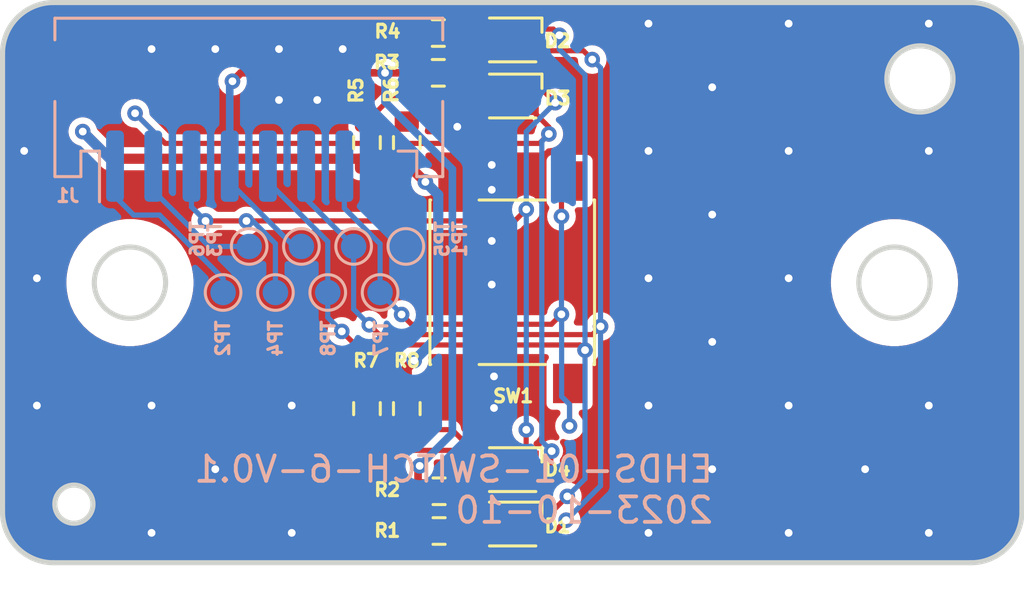
<source format=kicad_pcb>
(kicad_pcb (version 20221018) (generator pcbnew)
  (title_block (title "EHDS-01 Switch-6") (date "2024-01-18") (rev "V0.1") (company "Ovobot") (comment 1 "EHDS-01 Switch-6副板，V0.1，40x22x1.2mm ，FR4，2层，绿油白字，无铅喷锡"))
  (layers (0 "F.Cu" signal) (31 "B.Cu" signal) (34 "B.Paste" user) (35 "F.Paste" user) (36 "B.SilkS" user "B.Silkscreen") (37 "F.SilkS" user "F.Silkscreen") (38 "B.Mask" user) (39 "F.Mask" user) (44 "Edge.Cuts" user))
  (net 0 "")
  (net 1 "GND")
  (net 2 "/CHG_ON_LED")
  (net 3 "/CHG_DONE_LED")
  (net 4 "+3V3")
  (net 5 "/LED_BLUE")
  (net 6 "/LED_RED")
  (net 7 "/IR_OUT")
  (net 8 "VPP")
  (net 9 "Net-(D1-A1)")
  (net 10 "Net-(D1-A2)")
  (net 11 "Net-(D2-A1)")
  (net 12 "Net-(D2-A2)")
  (net 13 "Net-(D3-A1)")
  (net 14 "Net-(D3-A2)")
  (net 15 "Net-(D4-A1)")
  (net 16 "Net-(D4-A2)")
  (footprint "Resistor_SMD:R_0603_1608Metric" (layer "F.Cu") (at 145.282 93.866 180)
    (fp_text reference "R2" (at 2.033 0.058) (layer "F.SilkS") (effects (font (size 0.508 0.508))))
    (fp_text value "330R")
    (fp_line (start -0.237258 -0.5225) (end 0.237258 -0.5225) (stroke (width 0.12)) (layer "F.SilkS"))
    (fp_line (start -0.237258 0.5225) (end 0.237258 0.5225) (stroke (width 0.12)) (layer "F.SilkS"))
    (pad "1" smd roundrect (at -0.825 0 180) (size 0.8 0.95) (layers "F.Cu" "F.Paste" "F.Mask") (net 10 "Net-(D1-A2)"))
    (pad "2" smd roundrect (at 0.825 0 180) (size 0.8 0.95) (layers "F.Cu" "F.Paste" "F.Mask") (net 4 "+3V3"))
  )
  (footprint "Resistor_SMD:R_0603_1608Metric" (layer "F.Cu") (at 144.015 90.621 90)
    (fp_text reference "R8" (at 1.885 0.003 180) (layer "F.SilkS") (effects (font (size 0.508 0.508))))
    (fp_text value "10K")
    (fp_line (start -0.237258 -0.5225) (end 0.237258 -0.5225) (stroke (width 0.12)) (layer "F.SilkS"))
    (fp_line (start -0.237258 0.5225) (end 0.237258 0.5225) (stroke (width 0.12)) (layer "F.SilkS"))
    (pad "1" smd roundrect (at -0.825 0 90) (size 0.8 0.95) (layers "F.Cu" "F.Paste" "F.Mask") (net 16 "Net-(D4-A2)"))
    (pad "2" smd roundrect (at 0.825 0 90) (size 0.8 0.95) (layers "F.Cu" "F.Paste" "F.Mask") (net 8 "VPP"))
  )
  (footprint "Resistor_SMD:R_0603_1608Metric" (layer "F.Cu") (at 145.251 77.433 180)
    (fp_text reference "R3" (at 2.016 0.411) (layer "F.SilkS") (effects (font (size 0.508 0.508))))
    (fp_text value "330R")
    (fp_line (start -0.237258 -0.5225) (end 0.237258 -0.5225) (stroke (width 0.12)) (layer "F.SilkS"))
    (fp_line (start -0.237258 0.5225) (end 0.237258 0.5225) (stroke (width 0.12)) (layer "F.SilkS"))
    (pad "1" smd roundrect (at -0.825 0 180) (size 0.8 0.95) (layers "F.Cu" "F.Paste" "F.Mask") (net 11 "Net-(D2-A1)"))
    (pad "2" smd roundrect (at 0.825 0 180) (size 0.8 0.95) (layers "F.Cu" "F.Paste" "F.Mask") (net 4 "+3V3"))
  )
  (footprint "Ovo_LED_SMD:LED_Dual_1.6x1.5mm" (layer "F.Cu") (at 148.169 93.017)
    (fp_text reference "D4" (at 1.76 -0.011 unlocked) (layer "F.SilkS") (effects (font (size 0.508 0.508))))
    (fp_text value "LED_Dual_Yellow_Green_AKAK")
    (fp_line (start -0.91 -0.86) (end 1.15 -0.86) (stroke (width 0.12)) (layer "F.SilkS"))
    (fp_line (start -0.91 0.86) (end 0.91 0.86) (stroke (width 0.12)) (layer "F.SilkS"))
    (fp_line (start 1.15 -0.86) (end 1.15 -0.3) (stroke (width 0.12)) (layer "F.SilkS"))
    (pad "1" smd rect (at -0.625 0.425) (size 0.8 0.65) (layers "F.Cu" "F.Paste" "F.Mask") (net 15 "Net-(D4-A1)"))
    (pad "2" smd rect (at 0.625 0.425) (size 0.8 0.65) (layers "F.Cu" "F.Paste" "F.Mask") (net 2 "/CHG_ON_LED"))
    (pad "3" smd rect (at -0.625 -0.425) (size 0.8 0.65) (layers "F.Cu" "F.Paste" "F.Mask") (net 16 "Net-(D4-A2)"))
    (pad "4" smd rect (at 0.625 -0.425) (size 0.8 0.65) (layers "F.Cu" "F.Paste" "F.Mask") (net 3 "/CHG_DONE_LED"))
  )
  (footprint "Resistor_SMD:R_0603_1608Metric" (layer "F.Cu") (at 144.015 80.173 -90)
    (fp_text reference "R5" (at -2.048 1.988 -90) (layer "F.SilkS") (effects (font (size 0.508 0.508))))
    (fp_text value "10K")
    (fp_line (start -0.237258 -0.5225) (end 0.237258 -0.5225) (stroke (width 0.12)) (layer "F.SilkS"))
    (fp_line (start -0.237258 0.5225) (end 0.237258 0.5225) (stroke (width 0.12)) (layer "F.SilkS"))
    (pad "1" smd roundrect (at -0.825 0 270) (size 0.8 0.95) (layers "F.Cu" "F.Paste" "F.Mask") (net 13 "Net-(D3-A1)"))
    (pad "2" smd roundrect (at 0.825 0 270) (size 0.8 0.95) (layers "F.Cu" "F.Paste" "F.Mask") (net 8 "VPP"))
  )
  (footprint "Resistor_SMD:R_0603_1608Metric" (layer "F.Cu") (at 142.452 90.621 90)
    (fp_text reference "R7" (at 1.885 -0.029 180) (layer "F.SilkS") (effects (font (size 0.508 0.508))))
    (fp_text value "10K")
    (fp_line (start -0.237258 -0.5225) (end 0.237258 -0.5225) (stroke (width 0.12)) (layer "F.SilkS"))
    (fp_line (start -0.237258 0.5225) (end 0.237258 0.5225) (stroke (width 0.12)) (layer "F.SilkS"))
    (pad "1" smd roundrect (at -0.825 0 90) (size 0.8 0.95) (layers "F.Cu" "F.Paste" "F.Mask") (net 15 "Net-(D4-A1)"))
    (pad "2" smd roundrect (at 0.825 0 90) (size 0.8 0.95) (layers "F.Cu" "F.Paste" "F.Mask") (net 8 "VPP"))
  )
  (footprint "Ovo_LED_SMD:LED_Dual_1.6x1.5mm" (layer "F.Cu") (at 148.169 78.344)
    (fp_text reference "D3" (at 1.765 0.083 unlocked) (layer "F.SilkS") (effects (font (size 0.508 0.508))))
    (fp_text value "LED_Dual_Yellow_Green_AKAK")
    (fp_line (start -0.91 -0.86) (end 1.15 -0.86) (stroke (width 0.12)) (layer "F.SilkS"))
    (fp_line (start -0.91 0.86) (end 0.91 0.86) (stroke (width 0.12)) (layer "F.SilkS"))
    (fp_line (start 1.15 -0.86) (end 1.15 -0.3) (stroke (width 0.12)) (layer "F.SilkS"))
    (pad "1" smd rect (at -0.625 0.425) (size 0.8 0.65) (layers "F.Cu" "F.Paste" "F.Mask") (net 13 "Net-(D3-A1)"))
    (pad "2" smd rect (at 0.625 0.425) (size 0.8 0.65) (layers "F.Cu" "F.Paste" "F.Mask") (net 2 "/CHG_ON_LED"))
    (pad "3" smd rect (at -0.625 -0.425) (size 0.8 0.65) (layers "F.Cu" "F.Paste" "F.Mask") (net 14 "Net-(D3-A2)"))
    (pad "4" smd rect (at 0.625 -0.425) (size 0.8 0.65) (layers "F.Cu" "F.Paste" "F.Mask") (net 3 "/CHG_DONE_LED"))
  )
  (footprint "Resistor_SMD:R_0603_1608Metric" (layer "F.Cu") (at 145.282 95.427 180)
    (fp_text reference "R1" (at 2.033 0.017) (layer "F.SilkS") (effects (font (size 0.508 0.508))))
    (fp_text value "330R")
    (fp_line (start -0.237258 -0.5225) (end 0.237258 -0.5225) (stroke (width 0.12)) (layer "F.SilkS"))
    (fp_line (start -0.237258 0.5225) (end 0.237258 0.5225) (stroke (width 0.12)) (layer "F.SilkS"))
    (pad "1" smd roundrect (at -0.825 0 180) (size 0.8 0.95) (layers "F.Cu" "F.Paste" "F.Mask") (net 9 "Net-(D1-A1)"))
    (pad "2" smd roundrect (at 0.825 0 180) (size 0.8 0.95) (layers "F.Cu" "F.Paste" "F.Mask") (net 4 "+3V3"))
  )
  (footprint "Resistor_SMD:R_0603_1608Metric" (layer "F.Cu") (at 145.251 75.87 180)
    (fp_text reference "R4" (at 1.994 0.064) (layer "F.SilkS") (effects (font (size 0.508 0.508))))
    (fp_text value "330R")
    (fp_line (start -0.237258 -0.5225) (end 0.237258 -0.5225) (stroke (width 0.12)) (layer "F.SilkS"))
    (fp_line (start -0.237258 0.5225) (end 0.237258 0.5225) (stroke (width 0.12)) (layer "F.SilkS"))
    (pad "1" smd roundrect (at -0.825 0 180) (size 0.8 0.95) (layers "F.Cu" "F.Paste" "F.Mask") (net 12 "Net-(D2-A2)"))
    (pad "2" smd roundrect (at 0.825 0 180) (size 0.8 0.95) (layers "F.Cu" "F.Paste" "F.Mask") (net 4 "+3V3"))
  )
  (footprint "Resistor_SMD:R_0603_1608Metric" (layer "F.Cu") (at 142.452 80.173 -90)
    (fp_text reference "R6" (at -2.061 -0.954 90) (layer "F.SilkS") (effects (font (size 0.508 0.508))))
    (fp_text value "10K")
    (fp_line (start -0.237258 -0.5225) (end 0.237258 -0.5225) (stroke (width 0.12)) (layer "F.SilkS"))
    (fp_line (start -0.237258 0.5225) (end 0.237258 0.5225) (stroke (width 0.12)) (layer "F.SilkS"))
    (pad "1" smd roundrect (at -0.825 0 270) (size 0.8 0.95) (layers "F.Cu" "F.Paste" "F.Mask") (net 14 "Net-(D3-A2)"))
    (pad "2" smd roundrect (at 0.825 0 270) (size 0.8 0.95) (layers "F.Cu" "F.Paste" "F.Mask") (net 8 "VPP"))
  )
  (footprint "Ovo_LED_SMD:LED_Dual_1.6x1.5mm" (layer "F.Cu") (at 148.169 95.153)
    (fp_text reference "D1" (at 1.76 0.08 unlocked) (layer "F.SilkS") (effects (font (size 0.508 0.508))))
    (fp_text value "LED_Dual_Red_Blue_AKAK")
    (fp_line (start -0.91 -0.86) (end 1.15 -0.86) (stroke (width 0.12)) (layer "F.SilkS"))
    (fp_line (start -0.91 0.86) (end 0.91 0.86) (stroke (width 0.12)) (layer "F.SilkS"))
    (fp_line (start 1.15 -0.86) (end 1.15 -0.3) (stroke (width 0.12)) (layer "F.SilkS"))
    (pad "1" smd rect (at -0.625 0.425) (size 0.8 0.65) (layers "F.Cu" "F.Paste" "F.Mask") (net 9 "Net-(D1-A1)"))
    (pad "2" smd rect (at 0.625 0.425) (size 0.8 0.65) (layers "F.Cu" "F.Paste" "F.Mask") (net 6 "/LED_RED"))
    (pad "3" smd rect (at -0.625 -0.425) (size 0.8 0.65) (layers "F.Cu" "F.Paste" "F.Mask") (net 10 "Net-(D1-A2)"))
    (pad "4" smd rect (at 0.625 -0.425) (size 0.8 0.65) (layers "F.Cu" "F.Paste" "F.Mask") (net 5 "/LED_BLUE"))
  )
  (footprint "Ovo_LED_SMD:LED_Dual_1.6x1.5mm" (layer "F.Cu") (at 148.169 76.141)
    (fp_text reference "D2" (at 1.752 0.04 unlocked) (layer "F.SilkS") (effects (font (size 0.508 0.508))))
    (fp_text value "LED_Dual_Red_Blue_AKAK")
    (fp_line (start -0.91 -0.86) (end 1.15 -0.86) (stroke (width 0.12)) (layer "F.SilkS"))
    (fp_line (start -0.91 0.86) (end 0.91 0.86) (stroke (width 0.12)) (layer "F.SilkS"))
    (fp_line (start 1.15 -0.86) (end 1.15 -0.3) (stroke (width 0.12)) (layer "F.SilkS"))
    (pad "1" smd rect (at -0.625 0.425) (size 0.8 0.65) (layers "F.Cu" "F.Paste" "F.Mask") (net 11 "Net-(D2-A1)"))
    (pad "2" smd rect (at 0.625 0.425) (size 0.8 0.65) (layers "F.Cu" "F.Paste" "F.Mask") (net 6 "/LED_RED"))
    (pad "3" smd rect (at -0.625 -0.425) (size 0.8 0.65) (layers "F.Cu" "F.Paste" "F.Mask") (net 12 "Net-(D2-A2)"))
    (pad "4" smd rect (at 0.625 -0.425) (size 0.8 0.65) (layers "F.Cu" "F.Paste" "F.Mask") (net 5 "/LED_BLUE"))
  )
  (footprint "Ovo_Button_Switch_SMD:SW_Push_1P1T_NO_6x6mm_H5.0mm" (layer "F.Cu") (at 148.153 85.658 90)
    (fp_text reference "SW1" (at -4.468 0.039 180) (layer "F.SilkS") (effects (font (size 0.508 0.508))))
    (fp_text value "6x6x5mm")
    (fp_line (start -3.23 -3.23) (end 3.23 -3.23) (stroke (width 0.12)) (layer "F.SilkS"))
    (fp_line (start -3.23 -3.2) (end -3.23 -3.23) (stroke (width 0.12)) (layer "F.SilkS"))
    (fp_line (start -3.23 -1.3) (end -3.23 1.3) (stroke (width 0.12)) (layer "F.SilkS"))
    (fp_line (start -3.23 3.23) (end -3.23 3.2) (stroke (width 0.12)) (layer "F.SilkS"))
    (fp_line (start -3.23 3.23) (end 3.23 3.23) (stroke (width 0.12)) (layer "F.SilkS"))
    (fp_line (start 3.23 -3.23) (end 3.23 -3.2) (stroke (width 0.12)) (layer "F.SilkS"))
    (fp_line (start 3.23 -1.3) (end 3.23 1.3) (stroke (width 0.12)) (layer "F.SilkS"))
    (fp_line (start 3.23 3.23) (end 3.23 3.2) (stroke (width 0.12)) (layer "F.SilkS"))
    (pad "1" smd rect (at -3.975 -2.25 90) (size 1.55 1.3) (layers "F.Cu" "F.Paste" "F.Mask") (net 1 "GND"))
    (pad "1" smd rect (at 3.975 -2.25 90) (size 1.55 1.3) (layers "F.Cu" "F.Paste" "F.Mask") (net 1 "GND"))
    (pad "2" smd rect (at -3.975 2.25 90) (size 1.55 1.3) (layers "F.Cu" "F.Paste" "F.Mask") (net 7 "/IR_OUT"))
    (pad "2" smd rect (at 3.975 2.25 90) (size 1.55 1.3) (layers "F.Cu" "F.Paste" "F.Mask") (net 7 "/IR_OUT"))
  )
  (footprint "TestPoint:TestPoint_Pad_D1.0mm" (layer "B.Cu") (at 137.830001 84.251 180)
    (fp_text reference "TP6" (at 2.038001 0.284 90) (layer "B.SilkS") (effects (font (size 0.508 0.508)) (justify mirror)))
    (fp_text value "CHG_ON_LED")
    (fp_circle (center 0 0) (end 0 -0.7) (stroke (width 0.12)) (fill none) (layer "B.SilkS"))
    (pad "1" smd circle (at 0 0 180) (size 1 1) (layers "B.Cu" "B.Mask") (net 2 "/CHG_ON_LED"))
  )
  (footprint "TestPoint:TestPoint_Pad_D1.0mm" (layer "B.Cu") (at 141.928667 84.251 180)
    (fp_text reference "TP5" (at -3.478333 0.284 90) (layer "B.SilkS") (effects (font (size 0.508 0.508)) (justify mirror)))
    (fp_text value "LED_RED")
    (fp_circle (center 0 0) (end 0 -0.7) (stroke (width 0.12)) (fill none) (layer "B.SilkS"))
    (pad "1" smd circle (at 0 0 180) (size 1 1) (layers "B.Cu" "B.Mask") (net 6 "/LED_RED"))
  )
  (footprint "TestPoint:TestPoint_Pad_D1.0mm" (layer "B.Cu") (at 143.978 84.251 180)
    (fp_text reference "TP1" (at -2.119 0.284 90) (layer "B.SilkS") (effects (font (size 0.508 0.508)) (justify mirror)))
    (fp_text value "GND")
    (fp_circle (center 0 0) (end 0 -0.7) (stroke (width 0.12)) (fill none) (layer "B.SilkS"))
    (pad "1" smd circle (at 0 0 180) (size 1 1) (layers "B.Cu" "B.Mask") (net 1 "GND"))
  )
  (footprint "TestPoint:TestPoint_Pad_D1.0mm" (layer "B.Cu") (at 142.967 86.06 180)
    (fp_text reference "TP7" (at -0.037 -1.808 90) (layer "B.SilkS") (effects (font (size 0.508 0.508)) (justify mirror)))
    (fp_text value "IR_OUT")
    (fp_circle (center 0 0) (end 0 -0.7) (stroke (width 0.12)) (fill none) (layer "B.SilkS"))
    (pad "1" smd circle (at 0 0 180) (size 1 1) (layers "B.Cu" "B.Mask") (net 7 "/IR_OUT"))
  )
  (footprint "TestPoint:TestPoint_Pad_D1.0mm" (layer "B.Cu") (at 136.806 86.06 180)
    (fp_text reference "TP2" (at 0.009 -1.808 90) (layer "B.SilkS") (effects (font (size 0.508 0.508)) (justify mirror)))
    (fp_text value "VPP")
    (fp_circle (center 0 0) (end 0 -0.7) (stroke (width 0.12)) (fill none) (layer "B.SilkS"))
    (pad "1" smd circle (at 0 0 180) (size 1 1) (layers "B.Cu" "B.Mask") (net 8 "VPP"))
  )
  (footprint "TestPoint:TestPoint_Pad_D1.0mm" (layer "B.Cu") (at 139.879334 84.251 180)
    (fp_text reference "TP3" (at 3.397334 0.284 90) (layer "B.SilkS") (effects (font (size 0.508 0.508)) (justify mirror)))
    (fp_text value "3V3")
    (fp_circle (center 0 0) (end 0 -0.7) (stroke (width 0.12)) (fill none) (layer "B.SilkS"))
    (pad "1" smd circle (at 0 0 180) (size 1 1) (layers "B.Cu" "B.Mask") (net 4 "+3V3"))
  )
  (footprint "Ovo_Connector_JST:JST_ZH_S8B-ZR-SM4-TF_1x08-1MP_P1.50mm_Horizontal" (layer "B.Cu") (at 137.816 79.448)
    (fp_text reference "J1" (at -7.104 2.809 180) (layer "B.SilkS") (effects (font (size 0.508 0.508)) (justify mirror)))
    (fp_text value "ZH1.5MM/8AWSMT")
    (fp_line (start -7.61 -4.16) (end 7.61 -4.16) (stroke (width 0.12)) (layer "B.SilkS"))
    (fp_line (start -7.61 -3.31) (end -7.61 -4.16) (stroke (width 0.12)) (layer "B.SilkS"))
    (fp_line (start -7.61 -0.89) (end -7.61 2.06) (stroke (width 0.12)) (layer "B.SilkS"))
    (fp_line (start -7.61 2.06) (end -6.59 2.06) (stroke (width 0.12)) (layer "B.SilkS"))
    (fp_line (start -6.59 1.06) (end -5.86 1.06) (stroke (width 0.12)) (layer "B.SilkS"))
    (fp_line (start -6.59 2.06) (end -6.59 1.06) (stroke (width 0.12)) (layer "B.SilkS"))
    (fp_line (start -5.86 1.06) (end -5.86 3.05) (stroke (width 0.12)) (layer "B.SilkS"))
    (fp_line (start 6.59 1.06) (end 5.86 1.06) (stroke (width 0.12)) (layer "B.SilkS"))
    (fp_line (start 6.59 2.06) (end 6.59 1.06) (stroke (width 0.12)) (layer "B.SilkS"))
    (fp_line (start 7.61 -4.16) (end 7.61 -3.31) (stroke (width 0.12)) (layer "B.SilkS"))
    (fp_line (start 7.61 -0.89) (end 7.61 2.06) (stroke (width 0.12)) (layer "B.SilkS"))
    (fp_line (start 7.61 2.06) (end 6.59 2.06) (stroke (width 0.12)) (layer "B.SilkS"))
    (pad "1" smd roundrect (at -5.25 1.65) (size 0.7 2.8) (layers "B.Cu" "B.Paste" "B.Mask") (net 8 "VPP"))
    (pad "2" smd roundrect (at -3.75 1.65) (size 0.7 2.8) (layers "B.Cu" "B.Paste" "B.Mask") (net 2 "/CHG_ON_LED"))
    (pad "3" smd roundrect (at -2.25 1.65) (size 0.7 2.8) (layers "B.Cu" "B.Paste" "B.Mask") (net 3 "/CHG_DONE_LED"))
    (pad "4" smd roundrect (at -0.75 1.65) (size 0.7 2.8) (layers "B.Cu" "B.Paste" "B.Mask") (net 4 "+3V3"))
    (pad "5" smd roundrect (at 0.75 1.65) (size 0.7 2.8) (layers "B.Cu" "B.Paste" "B.Mask") (net 5 "/LED_BLUE"))
    (pad "6" smd roundrect (at 2.25 1.65) (size 0.7 2.8) (layers "B.Cu" "B.Paste" "B.Mask") (net 6 "/LED_RED"))
    (pad "7" smd roundrect (at 3.75 1.65) (size 0.7 2.8) (layers "B.Cu" "B.Paste" "B.Mask") (net 7 "/IR_OUT"))
    (pad "8" smd roundrect (at 5.25 1.65) (size 0.7 2.8) (layers "B.Cu" "B.Paste" "B.Mask") (net 1 "GND"))
    (pad "MP" smd roundrect (at -7.2 -2.1) (size 1.1 1.9) (layers "B.Cu" "B.Paste" "B.Mask") (roundrect_rratio 0.2272727273) (net 1 "GND"))
    (pad "MP" smd roundrect (at 7.2 -2.1) (size 1.1 1.9) (layers "B.Cu" "B.Paste" "B.Mask") (roundrect_rratio 0.2272727273) (net 1 "GND"))
  )
  (footprint "TestPoint:TestPoint_Pad_D1.0mm" (layer "B.Cu") (at 138.859666 86.06 180)
    (fp_text reference "TP4" (at -0.006334 -1.808 90) (layer "B.SilkS") (effects (font (size 0.508 0.508)) (justify mirror)))
    (fp_text value "CHG_DONE_LED")
    (fp_circle (center 0 0) (end 0 -0.7) (stroke (width 0.12)) (fill none) (layer "B.SilkS"))
    (pad "1" smd circle (at 0 0 180) (size 1 1) (layers "B.Cu" "B.Mask") (net 3 "/CHG_DONE_LED"))
  )
  (footprint "TestPoint:TestPoint_Pad_D1.0mm" (layer "B.Cu") (at 140.913332 86.06 180)
    (fp_text reference "TP8" (at -0.021668 -1.808 90) (layer "B.SilkS") (effects (font (size 0.508 0.508)) (justify mirror)))
    (fp_text value "LED_BLUE")
    (fp_circle (center 0 0) (end 0 -0.7) (stroke (width 0.12)) (fill none) (layer "B.SilkS"))
    (pad "1" smd circle (at 0 0 180) (size 1 1) (layers "B.Cu" "B.Mask") (net 5 "/LED_BLUE"))
  )
  (gr_circle (center 130.952 94.373) (end 131.702 94.373) (stroke (width 0.2)) (fill none) (layer "Edge.Cuts"))
  (gr_circle (center 133.152 85.673) (end 134.552 85.673) (stroke (width 0.2)) (fill none) (layer "Edge.Cuts"))
  (gr_arc (start 130.152 96.673) (mid 128.737759 96.087229) (end 128.152 94.673) (stroke (width 0.2)) (layer "Edge.Cuts"))
  (gr_line (start 166.152 74.673) (end 130.152 74.673) (stroke (width 0.2)) (layer "Edge.Cuts"))
  (gr_line (start 168.152 94.673) (end 168.152 76.673) (stroke (width 0.2)) (layer "Edge.Cuts"))
  (gr_line (start 128.152 76.673) (end 128.152 94.673) (stroke (width 0.2)) (layer "Edge.Cuts"))
  (gr_arc (start 128.152 76.673) (mid 128.73779 75.258804) (end 130.152 74.673) (stroke (width 0.2)) (layer "Edge.Cuts"))
  (gr_circle (center 164.152 77.673) (end 165.452 77.673) (stroke (width 0.2)) (fill none) (layer "Edge.Cuts"))
  (gr_arc (start 168.152 94.673) (mid 167.566217 96.087231) (end 166.152 96.673) (stroke (width 0.2)) (layer "Edge.Cuts"))
  (gr_arc (start 166.152 74.673) (mid 167.566186 75.258802) (end 168.152 76.673) (stroke (width 0.2)) (layer "Edge.Cuts"))
  (gr_line (start 130.152 96.673) (end 166.152 96.673) (stroke (width 0.2)) (layer "Edge.Cuts"))
  (gr_circle (center 163.152 85.673) (end 164.552 85.673) (stroke (width 0.2)) (fill none) (layer "Edge.Cuts"))
  (gr_text "EHDS-01-SWITCH-6-V0.1\n2023-10-10\n\n\n" (at 156.118 95.417) (layer "B.SilkS") (effects (font (size 1 1)) (justify left mirror)))
  (via (at 129 80.5) (size 0.6096) (drill 0.3048) (layers "F.Cu" "B.Cu") (net 1))
  (via (at 141.5 76.5) (size 0.6096) (drill 0.3048) (layers "F.Cu" "B.Cu") (net 1))
  (via (at 159 80.5) (size 0.6096) (drill 0.3048) (layers "F.Cu" "B.Cu") (net 1))
  (via (at 145.996 79.551) (size 0.6096) (drill 0.3048) (layers "F.Cu" "B.Cu") (net 1))
  (via (at 139.5 90.5) (size 0.6096) (drill 0.3048) (layers "F.Cu" "B.Cu") (net 1))
  (via (at 153.5 85.5) (size 0.6096) (drill 0.3048) (layers "F.Cu" "B.Cu") (net 1))
  (via (at 136.5 76.5) (size 0.6096) (drill 0.3048) (layers "F.Cu" "B.Cu") (net 1))
  (via (at 140.5 78.5) (size 0.6096) (drill 0.3048) (layers "F.Cu" "B.Cu") (net 1))
  (via (at 153.5 90.5) (size 0.6096) (drill 0.3048) (layers "F.Cu" "B.Cu") (net 1))
  (via (at 147.349 84.035) (size 0.6096) (drill 0.3048) (layers "F.Cu" "B.Cu") (net 1))
  (via (at 156 83) (size 0.6096) (drill 0.3048) (layers "F.Cu" "B.Cu") (net 1))
  (via (at 156 93) (size 0.6096) (drill 0.3048) (layers "F.Cu" "B.Cu") (net 1))
  (via (at 129.5 85.5) (size 0.6096) (drill 0.3048) (layers "F.Cu" "B.Cu") (net 1))
  (via (at 153.5 95.5) (size 0.6096) (drill 0.3048) (layers "F.Cu" "B.Cu") (net 1))
  (via (at 156 78) (size 0.6096) (drill 0.3048) (layers "F.Cu" "B.Cu") (net 1))
  (via (at 164.5 90.5) (size 0.6096) (drill 0.3048) (layers "F.Cu" "B.Cu") (net 1))
  (via (at 147.349 85.749) (size 0.6096) (drill 0.3048) (layers "F.Cu" "B.Cu") (net 1))
  (via (at 136.5 93) (size 0.6096) (drill 0.3048) (layers "F.Cu" "B.Cu") (net 1))
  (via (at 162 93) (size 0.6096) (drill 0.3048) (layers "F.Cu" "B.Cu") (net 1))
  (via (at 164.5 80.5) (size 0.6096) (drill 0.3048) (layers "F.Cu" "B.Cu") (net 1))
  (via (at 156 88) (size 0.6096) (drill 0.3048) (layers "F.Cu" "B.Cu") (net 1))
  (via (at 139.5 95.5) (size 0.6096) (drill 0.3048) (layers "F.Cu" "B.Cu") (net 1))
  (via (at 147.349 82.026) (size 0.6096) (drill 0.3048) (layers "F.Cu" "B.Cu") (net 1))
  (via (at 129.5 90.5) (size 0.6096) (drill 0.3048) (layers "F.Cu" "B.Cu") (net 1))
  (via (at 139 76.5) (size 0.6096) (drill 0.3048) (layers "F.Cu" "B.Cu") (net 1))
  (via (at 159 75.5) (size 0.6096) (drill 0.3048) (layers "F.Cu" "B.Cu") (net 1))
  (via (at 153.5 80.5) (size 0.6096) (drill 0.3048) (layers "F.Cu" "B.Cu") (net 1))
  (via (at 159 95.5) (size 0.6096) (drill 0.3048) (layers "F.Cu" "B.Cu") (net 1))
  (via (at 147.437 89.355) (size 0.6096) (drill 0.3048) (layers "F.Cu" "B.Cu") (net 1))
  (via (at 139 78.5) (size 0.6096) (drill 0.3048) (layers "F.Cu" "B.Cu") (net 1))
  (via (at 134 95.5) (size 0.6096) (drill 0.3048) (layers "F.Cu" "B.Cu") (net 1))
  (via (at 147.437 90.596) (size 0.6096) (drill 0.3048) (layers "F.Cu" "B.Cu") (net 1))
  (via (at 159 90.5) (size 0.6096) (drill 0.3048) (layers "F.Cu" "B.Cu") (net 1))
  (via (at 147.349 81.05) (size 0.6096) (drill 0.3048) (layers "F.Cu" "B.Cu") (net 1))
  (via (at 164.5 95.5) (size 0.6096) (drill 0.3048) (layers "F.Cu" "B.Cu") (net 1))
  (via (at 159 85.5) (size 0.6096) (drill 0.3048) (layers "F.Cu" "B.Cu") (net 1))
  (via (at 164.5 75.5) (size 0.6096) (drill 0.3048) (layers "F.Cu" "B.Cu") (net 1))
  (via (at 134 90.5) (size 0.6096) (drill 0.3048) (layers "F.Cu" "B.Cu") (net 1))
  (via (at 153.5 75.5) (size 0.6096) (drill 0.3048) (layers "F.Cu" "B.Cu") (net 1))
  (via (at 134 76.5) (size 0.6096) (drill 0.3048) (layers "F.Cu" "B.Cu") (net 1))
  (segment (start 149.5905 79.5655) (end 148.794 78.769) (width 0.2032) (layer "F.Cu") (net 2))
  (segment (start 149.701502 92.289) (end 149.666 92.324502) (width 0.2032) (layer "F.Cu") (net 2))
  (segment (start 134.535 80.205) (end 149.22 80.205) (width 0.2032) (layer "F.Cu") (net 2))
  (segment (start 149.22 80.205) (end 149.5905 79.8345) (width 0.2032) (layer "F.Cu") (net 2))
  (segment (start 133.352 79.022) (end 134.535 80.205) (width 0.2032) (layer "F.Cu") (net 2))
  (segment (start 149.666 92.324502) (end 149.666 93.1732) (width 0.2032) (layer "F.Cu") (net 2))
  (segment (start 149.5905 79.8345) (end 149.5905 79.5655) (width 0.2032) (layer "F.Cu") (net 2))
  (segment (start 149.666 93.1732) (end 149.3972 93.442) (width 0.2032) (layer "F.Cu") (net 2))
  (segment (start 149.3972 93.442) (end 148.794 93.442) (width 0.2032) (layer "F.Cu") (net 2))
  (via (at 149.5905 79.8345) (size 0.6096) (drill 0.3048) (layers "F.Cu" "B.Cu") (net 2))
  (via (at 149.701502 92.289) (size 0.6096) (drill 0.3048) (layers "F.Cu" "B.Cu") (net 2))
  (via (at 133.352 79.022) (size 0.6096) (drill 0.3048) (layers "F.Cu" "B.Cu") (net 2))
  (segment (start 149.5905 79.8345) (end 149.5905 79.8475) (width 0.2032) (layer "B.Cu") (net 2))
  (segment (start 136.256267 84.251) (end 134.066 82.060733) (width 0.2032) (layer "B.Cu") (net 2))
  (segment (start 149.3131 91.900598) (end 149.701502 92.289) (width 0.2032) (layer "B.Cu") (net 2))
  (segment (start 134.066 82.060733) (end 134.066 81.098) (width 0.2032) (layer "B.Cu") (net 2))
  (segment (start 133.352 79.022) (end 134.066 79.736) (width 0.2032) (layer "B.Cu") (net 2))
  (segment (start 149.5905 79.8475) (end 149.3131 80.1249) (width 0.2032) (layer "B.Cu") (net 2))
  (segment (start 149.3131 80.1249) (end 149.3131 91.900598) (width 0.2032) (layer "B.Cu") (net 2))
  (segment (start 137.830001 84.251) (end 136.256267 84.251) (width 0.2032) (layer "B.Cu") (net 2))
  (segment (start 134.066 79.736) (end 134.066 81.098) (width 0.2032) (layer "B.Cu") (net 2))
  (segment (start 148.251686 83.249314) (end 137.721915 83.249314) (width 0.2032) (layer "F.Cu") (net 3))
  (segment (start 148.699 91.457) (end 148.699 92.497) (width 0.2032) (layer "F.Cu") (net 3))
  (segment (start 148.704 91.452) (end 148.699 91.457) (width 0.2032) (layer "F.Cu") (net 3))
  (segment (start 148.704 82.797) (end 148.251686 83.249314) (width 0.2032) (layer "F.Cu") (net 3))
  (segment (start 149.1535 77.919) (end 148.794 77.919) (width 0.2032) (layer "F.Cu") (net 3))
  (segment (start 149.8415 78.607) (end 149.1535 77.919) (width 0.2032) (layer "F.Cu") (net 3))
  (segment (start 136.116686 83.249314) (end 137.721915 83.249314) (width 0.2032) (layer "F.Cu") (net 3))
  (via (at 137.721915 83.249314) (size 0.6096) (drill 0.3048) (layers "F.Cu" "B.Cu") (net 3))
  (via (at 148.704 91.452) (size 0.6096) (drill 0.3048) (layers "F.Cu" "B.Cu") (net 3))
  (via (at 148.704 82.797) (size 0.6096) (drill 0.3048) (layers "F.Cu" "B.Cu") (net 3))
  (via (at 149.8415 78.607) (size 0.6096) (drill 0.3048) (layers "F.Cu" "B.Cu") (net 3))
  (via (at 136.116686 83.249314) (size 0.6096) (drill 0.3048) (layers "F.Cu" "B.Cu") (net 3))
  (segment (start 148.704 82.797) (end 148.704 79.7445) (width 0.2032) (layer "B.Cu") (net 3))
  (segment (start 136.116686 83.249314) (end 135.566 82.698628) (width 0.2032) (layer "B.Cu") (net 3))
  (segment (start 138.859666 84.142505) (end 138.859666 86.06) (width 0.2032) (layer "B.Cu") (net 3))
  (segment (start 137.966475 83.249314) (end 138.859666 84.142505) (width 0.2032) (layer "B.Cu") (net 3))
  (segment (start 148.704 91.452) (end 148.704 82.797) (width 0.2032) (layer "B.Cu") (net 3))
  (segment (start 148.704 79.7445) (end 149.8415 78.607) (width 0.2032) (layer "B.Cu") (net 3))
  (segment (start 137.721915 83.249314) (end 137.966475 83.249314) (width 0.2032) (layer "B.Cu") (net 3))
  (segment (start 135.566 82.698628) (end 135.566 81.098) (width 0.2032) (layer "B.Cu") (net 3))
  (segment (start 144.521 92.8691) (end 144.457 92.9331) (width 0.4) (layer "F.Cu") (net 4))
  (segment (start 144.426 75.87) (end 144.426 77.433) (width 0.3) (layer "F.Cu") (net 4))
  (segment (start 144.457 93.866) (end 144.457 95.427) (width 0.3) (layer "F.Cu") (net 4))
  (segment (start 137.505 77.433) (end 137.174 77.764) (width 0.3) (layer "F.Cu") (net 4))
  (segment (start 143.162 77.433) (end 137.505 77.433) (width 0.3) (layer "F.Cu") (net 4))
  (segment (start 144.457 92.9331) (end 144.457 93.866) (width 0.3) (layer "F.Cu") (net 4))
  (segment (start 143.162 77.433) (end 144.426 77.433) (width 0.3) (layer "F.Cu") (net 4))
  (via (at 143.162 77.433) (size 0.6096) (drill 0.3048) (layers "F.Cu" "B.Cu") (net 4))
  (via (at 144.521 92.8691) (size 0.6096) (drill 0.3048) (layers "F.Cu" "B.Cu") (net 4))
  (via (at 137.174 77.764) (size 0.6096) (drill 0.3048) (layers "F.Cu" "B.Cu") (net 4))
  (segment (start 137.174 77.764) (end 137.066 77.872) (width 0.3) (layer "B.Cu") (net 4))
  (segment (start 139.585 84.251) (end 137.066 81.732) (width 0.2032) (layer "B.Cu") (net 4))
  (segment (start 143.162 78.576) (end 145.8032 81.2172) (width 0.3) (layer "B.Cu") (net 4))
  (segment (start 139.879334 84.251) (end 139.585 84.251) (width 0.2032) (layer "B.Cu") (net 4))
  (segment (start 145.8032 91.5869) (end 144.521 92.8691) (width 0.3) (layer "B.Cu") (net 4))
  (segment (start 143.162 77.433) (end 143.162 78.576) (width 0.3) (layer "B.Cu") (net 4))
  (segment (start 137.066 77.872) (end 137.066 81.098) (width 0.3) (layer "B.Cu") (net 4))
  (segment (start 137.066 81.732) (end 137.066 81.098) (width 0.2032) (layer "B.Cu") (net 4))
  (segment (start 145.8032 81.2172) (end 145.8032 91.5869) (width 0.3) (layer "B.Cu") (net 4))
  (segment (start 150.002 75.9569) (end 149.7611 75.716) (width 0.2032) (layer "F.Cu") (net 5))
  (segment (start 141.465 87.589) (end 141.9968 88.1208) (width 0.2032) (layer "F.Cu") (net 5))
  (segment (start 150.8062 88.1208) (end 151.0089 88.3235) (width 0.2032) (layer "F.Cu") (net 5))
  (segment (start 149.7611 75.716) (end 148.794 75.716) (width 0.2032) (layer "F.Cu") (net 5))
  (segment (start 150.314 94.068) (end 149.654 94.728) (width 0.2032) (layer "F.Cu") (net 5))
  (segment (start 141.9968 88.1208) (end 150.8062 88.1208) (width 0.2032) (layer "F.Cu") (net 5))
  (segment (start 149.654 94.728) (end 148.794 94.728) (width 0.2032) (layer "F.Cu") (net 5))
  (via (at 151.0089 88.3235) (size 0.6096) (drill 0.3048) (layers "F.Cu" "B.Cu") (net 5))
  (via (at 141.465 87.589) (size 0.6096) (drill 0.3048) (layers "F.Cu" "B.Cu") (net 5))
  (via (at 150.314 94.068) (size 0.6096) (drill 0.3048) (layers "F.Cu" "B.Cu") (net 5))
  (via (at 150.002 75.9569) (size 0.6096) (drill 0.3048) (layers "F.Cu" "B.Cu") (net 5))
  (segment (start 138.566 81.712) (end 140.913332 84.059332) (width 0.2032) (layer "B.Cu") (net 5))
  (segment (start 141.465 87.589) (end 140.913332 87.037332) (width 0.2032) (layer "B.Cu") (net 5))
  (segment (start 150.002 76.512) (end 150.002 75.9569) (width 0.2032) (layer "B.Cu") (net 5))
  (segment (start 140.913332 87.037332) (end 140.913332 86.06) (width 0.2032) (layer "B.Cu") (net 5))
  (segment (start 150.314 94.068) (end 151.0089 93.3731) (width 0.2032) (layer "B.Cu") (net 5))
  (segment (start 140.913332 84.059332) (end 140.913332 86.06) (width 0.2032) (layer "B.Cu") (net 5))
  (segment (start 151.0089 93.3731) (end 151.0089 77.5189) (width 0.2032) (layer "B.Cu") (net 5))
  (segment (start 138.566 81.098) (end 138.566 81.712) (width 0.2032) (layer "B.Cu") (net 5))
  (segment (start 151.0089 77.5189) (end 150.002 76.512) (width 0.2032) (layer "B.Cu") (net 5))
  (segment (start 142.542 87.327) (end 142.9294 87.7144) (width 0.2032) (layer "F.Cu") (net 6))
  (segment (start 151.2986 87.7144) (end 151.618 87.395) (width 0.2032) (layer "F.Cu") (net 6))
  (segment (start 151.292 76.912) (end 150.946 76.566) (width 0.2032) (layer "F.Cu") (net 6))
  (segment (start 149.692 95.578) (end 148.794 95.578) (width 0.2032) (layer "F.Cu") (net 6))
  (segment (start 142.9294 87.7144) (end 151.2986 87.7144) (width 0.2032) (layer "F.Cu") (net 6))
  (segment (start 150.268 95.002) (end 149.692 95.578) (width 0.2032) (layer "F.Cu") (net 6))
  (segment (start 150.946 76.566) (end 148.794 76.566) (width 0.2032) (layer "F.Cu") (net 6))
  (via (at 151.618 87.395) (size 0.6096) (drill 0.3048) (layers "F.Cu" "B.Cu") (net 6))
  (via (at 142.542 87.327) (size 0.6096) (drill 0.3048) (layers "F.Cu" "B.Cu") (net 6))
  (via (at 150.268 95.002) (size 0.6096) (drill 0.3048) (layers "F.Cu" "B.Cu") (net 6))
  (via (at 151.292 76.912) (size 0.6096) (drill 0.3048) (layers "F.Cu" "B.Cu") (net 6))
  (segment (start 141.928667 86.713667) (end 141.928667 84.251) (width 0.2032) (layer "B.Cu") (net 6))
  (segment (start 140.066 82.388333) (end 140.066 81.098) (width 0.2032) (layer "B.Cu") (net 6))
  (segment (start 142.542 87.327) (end 141.928667 86.713667) (width 0.2032) (layer "B.Cu") (net 6))
  (segment (start 151.618 93.652) (end 151.618 87.395) (width 0.2032) (layer "B.Cu") (net 6))
  (segment (start 151.618 77.238) (end 151.618 87.395) (width 0.2032) (layer "B.Cu") (net 6))
  (segment (start 151.292 76.912) (end 151.618 77.238) (width 0.2032) (layer "B.Cu") (net 6))
  (segment (start 141.928667 84.251) (end 140.066 82.388333) (width 0.2032) (layer "B.Cu") (net 6))
  (segment (start 150.268 95.002) (end 151.618 93.652) (width 0.2032) (layer "B.Cu") (net 6))
  (segment (start 150.403 91.2968) (end 150.403 89.633) (width 0.2032) (layer "F.Cu") (net 7))
  (segment (start 150.3998 91.3) (end 150.403 91.2968) (width 0.2032) (layer "F.Cu") (net 7))
  (segment (start 144.196 87.308) (end 149.692 87.308) (width 0.2032) (layer "F.Cu") (net 7))
  (segment (start 150.085 83.072) (end 150.085 82.001) (width 0.2032) (layer "F.Cu") (net 7))
  (segment (start 150.085 82.001) (end 150.403 81.683) (width 0.2032) (layer "F.Cu") (net 7))
  (segment (start 149.692 87.308) (end 150.082 86.918) (width 0.2032) (layer "F.Cu") (net 7))
  (segment (start 143.812 86.924) (end 144.196 87.308) (width 0.2032) (layer "F.Cu") (net 7))
  (via (at 150.082 86.918) (size 0.6096) (drill 0.3048) (layers "F.Cu" "B.Cu") (net 7))
  (via (at 150.3998 91.3) (size 0.6096) (drill 0.3048) (layers "F.Cu" "B.Cu") (net 7))
  (via (at 150.085 83.072) (size 0.6096) (drill 0.3048) (layers "F.Cu" "B.Cu") (net 7))
  (via (at 143.812 86.924) (size 0.6096) (drill 0.3048) (layers "F.Cu" "B.Cu") (net 7))
  (segment (start 150.3998 90.4528) (end 150.091 90.144) (width 0.2032) (layer "B.Cu") (net 7))
  (segment (start 150.091 86.927) (end 150.082 86.918) (width 0.2032) (layer "B.Cu") (net 7))
  (segment (start 142.967 84.151173) (end 142.967 86.06) (width 0.2032) (layer "B.Cu") (net 7))
  (segment (start 141.566 81.098) (end 141.566 82.750173) (width 0.2032) (layer "B.Cu") (net 7))
  (segment (start 150.091 90.144) (end 150.091 86.927) (width 0.2032) (layer "B.Cu") (net 7))
  (segment (start 143.812 86.924) (end 143.812 86.905) (width 0.2032) (layer "B.Cu") (net 7))
  (segment (start 141.566 82.750173) (end 142.967 84.151173) (width 0.2032) (layer "B.Cu") (net 7))
  (segment (start 143.812 86.905) (end 142.967 86.06) (width 0.2032) (layer "B.Cu") (net 7))
  (segment (start 150.085 86.915) (end 150.085 83.072) (width 0.2032) (layer "B.Cu") (net 7))
  (segment (start 150.3998 91.3) (end 150.3998 90.4528) (width 0.2032) (layer "B.Cu") (net 7))
  (segment (start 150.082 86.918) (end 150.085 86.915) (width 0.2032) (layer "B.Cu") (net 7))
  (segment (start 132.366 80.807) (end 142.261 80.807) (width 0.4) (layer "F.Cu") (net 8))
  (segment (start 144.744 81.718) (end 144.735 81.718) (width 0.4) (layer "F.Cu") (net 8))
  (segment (start 144.015 80.998) (end 142.452 80.998) (width 0.4) (layer "F.Cu") (net 8))
  (segment (start 144.015 89.021) (end 144.015 89.796) (width 0.4) (layer "F.Cu") (net 8))
  (segment (start 131.299 79.74) (end 132.366 80.807) (width 0.4) (layer "F.Cu") (net 8))
  (segment (start 142.452 89.796) (end 144.015 89.796) (width 0.4) (layer "F.Cu") (net 8))
  (segment (start 144.735 81.718) (end 144.015 80.998) (width 0.4) (layer "F.Cu") (net 8))
  (segment (start 144.3061 88.7299) (end 144.015 89.021) (width 0.4) (layer "F.Cu") (net 8))
  (via (at 131.299 79.74) (size 0.6096) (drill 0.3048) (layers "F.Cu" "B.Cu") (net 8))
  (via (at 144.744 81.718) (size 0.6096) (drill 0.3048) (layers "F.Cu" "B.Cu") (net 8))
  (via (at 144.3061 88.7299) (size 0.6096) (drill 0.3048) (layers "F.Cu" "B.Cu") (net 8))
  (segment (start 145.25 87.786) (end 144.3061 88.7299) (width 0.4) (layer "B.Cu") (net 8))
  (segment (start 145.25 82.224) (end 145.25 87.786) (width 0.4) (layer "B.Cu") (net 8))
  (segment (start 136.806 85.511) (end 134.314 83.019) (width 0.2032) (layer "B.Cu") (net 8))
  (segment (start 131.299 79.74) (end 132.466 80.907) (width 0.4) (layer "B.Cu") (net 8))
  (segment (start 144.744 81.718) (end 145.25 82.224) (width 0.4) (layer "B.Cu") (net 8))
  (segment (start 133.297 83.019) (end 132.566 82.288) (width 0.2032) (layer "B.Cu") (net 8))
  (segment (start 136.806 86.06) (end 136.806 85.511) (width 0.2032) (layer "B.Cu") (net 8))
  (segment (start 134.314 83.019) (end 133.297 83.019) (width 0.2032) (layer "B.Cu") (net 8))
  (segment (start 132.466 80.907) (end 132.466 80.998) (width 0.4) (layer "B.Cu") (net 8))
  (segment (start 132.566 82.288) (end 132.566 81.098) (width 0.2032) (layer "B.Cu") (net 8))
  (segment (start 147.393 95.427) (end 147.544 95.578) (width 0.2032) (layer "F.Cu") (net 9))
  (segment (start 146.107 95.427) (end 147.393 95.427) (width 0.2032) (layer "F.Cu") (net 9))
  (segment (start 146.107 93.866) (end 146.682 93.866) (width 0.2032) (layer "F.Cu") (net 10))
  (segment (start 146.682 93.866) (end 147.544 94.728) (width 0.2032) (layer "F.Cu") (net 10))
  (segment (start 146.076 77.433) (end 146.943 76.566) (width 0.2032) (layer "F.Cu") (net 11))
  (segment (start 146.943 76.566) (end 147.544 76.566) (width 0.2032) (layer "F.Cu") (net 11))
  (segment (start 146.076 75.87) (end 146.765 75.87) (width 0.2032) (layer "F.Cu") (net 12))
  (segment (start 146.765 75.87) (end 146.919 75.716) (width 0.2032) (layer "F.Cu") (net 12))
  (segment (start 146.919 75.716) (end 147.544 75.716) (width 0.2032) (layer "F.Cu") (net 12))
  (segment (start 144.015 79.348) (end 144.566 78.797) (width 0.2032) (layer "F.Cu") (net 13))
  (segment (start 144.566 78.797) (end 147.516 78.797) (width 0.2032) (layer "F.Cu") (net 13))
  (segment (start 142.452 79.346) (end 143.4074 78.3906) (width 0.2032) (layer "F.Cu") (net 14))
  (segment (start 143.4074 78.3906) (end 146.5224 78.3906) (width 0.2032) (layer "F.Cu") (net 14))
  (segment (start 146.994 77.919) (end 147.544 77.919) (width 0.2032) (layer "F.Cu") (net 14))
  (segment (start 146.5224 78.3906) (end 146.994 77.919) (width 0.2032) (layer "F.Cu") (net 14))
  (segment (start 145.868 92.26) (end 143.048 92.26) (width 0.2032) (layer "F.Cu") (net 15))
  (segment (start 147.05 93.442) (end 145.868 92.26) (width 0.2032) (layer "F.Cu") (net 15))
  (segment (start 142.452 91.664) (end 142.452 91.446) (width 0.2032) (layer "F.Cu") (net 15))
  (segment (start 143.048 92.26) (end 142.452 91.664) (width 0.2032) (layer "F.Cu") (net 15))
  (segment (start 147.544 93.442) (end 147.05 93.442) (width 0.2032) (layer "F.Cu") (net 15))
  (segment (start 145.79 91.446) (end 146.936 92.592) (width 0.2032) (layer "F.Cu") (net 16))
  (segment (start 146.936 92.592) (end 147.544 92.592) (width 0.2032) (layer "F.Cu") (net 16))
  (segment (start 144.015 91.446) (end 145.79 91.446) (width 0.2032) (layer "F.Cu") (net 16))
  (zone (net 1) (net_name "GND") (layers "F&B.Cu") (connect_pads yes (clearance 0.254)) (min_thickness 0.25) (fill yes (thermal_gap 0.5) (thermal_bridge_width 0.5))
    (polygon (pts (xy 128.137 96.724) (xy 168.224 96.724) (xy 168.224 74.603) (xy 128.137 74.603) (xy 128.137 74.617)))
  )
  (zone (net 0) (net_name "") (layers "F&B.Cu") (connect_pads (clearance 0)) (min_thickness 0.25)
    (keepout (tracks not_allowed) (vias not_allowed) (pads not_allowed) (copperpour not_allowed) (footprints not_allowed))
    (fill (thermal_gap 0.5) (thermal_bridge_width 0.5))
    (polygon (pts (xy 165.652 85.673) (xy 165.632287 85.359667) (xy 165.573458 85.051275) (xy 165.476441 84.752689) (xy 165.342767 84.468616) (xy 165.174542 84.203537) (xy 164.974422 83.961632) (xy 164.74556 83.746717) (xy 164.491567 83.56218) (xy 164.216448 83.410932) (xy 163.924542 83.295359) (xy 163.620453 83.217282) (xy 163.308976 83.177933) (xy 162.995024 83.177933) (xy 162.683547 83.217282) (xy 162.379458 83.295359) (xy 162.087552 83.410932) (xy 161.812433 83.56218) (xy 161.55844 83.746717) (xy 161.329578 83.961632) (xy 161.129458 84.203537) (xy 160.961233 84.468616) (xy 160.827559 84.752689) (xy 160.730542 85.051275) (xy 160.671713 85.359667) (xy 160.652 85.673) (xy 160.671713 85.986333) (xy 160.730542 86.294725) (xy 160.827559 86.593311) (xy 160.961233 86.877384) (xy 161.129458 87.142463) (xy 161.329578 87.384368) (xy 161.55844 87.599283) (xy 161.812433 87.78382) (xy 162.087552 87.935068) (xy 162.379458 88.050641) (xy 162.683547 88.128718) (xy 162.995024 88.168067) (xy 163.308976 88.168067) (xy 163.620453 88.128718) (xy 163.924542 88.050641) (xy 164.216448 87.935068) (xy 164.491567 87.78382) (xy 164.74556 87.599283) (xy 164.974422 87.384368) (xy 165.174542 87.142463) (xy 165.342767 86.877384) (xy 165.476441 86.593311) (xy 165.573458 86.294725) (xy 165.632287 85.986333)))
  )
  (zone (net 0) (net_name "") (layers "F&B.Cu") (connect_pads (clearance 0)) (min_thickness 0.25)
    (keepout (tracks not_allowed) (vias not_allowed) (pads not_allowed) (copperpour not_allowed) (footprints not_allowed))
    (fill (thermal_gap 0.5) (thermal_bridge_width 0.5))
    (polygon (pts (xy 135.652 85.673) (xy 135.632287 85.359667) (xy 135.573458 85.051275) (xy 135.476441 84.752689) (xy 135.342767 84.468616) (xy 135.174542 84.203537) (xy 134.974422 83.961632) (xy 134.74556 83.746717) (xy 134.491567 83.56218) (xy 134.216448 83.410932) (xy 133.924542 83.295359) (xy 133.620453 83.217282) (xy 133.308976 83.177933) (xy 132.995024 83.177933) (xy 132.683547 83.217282) (xy 132.379458 83.295359) (xy 132.087552 83.410932) (xy 131.812433 83.56218) (xy 131.55844 83.746717) (xy 131.329578 83.961632) (xy 131.129458 84.203537) (xy 130.961233 84.468616) (xy 130.827559 84.752689) (xy 130.730542 85.051275) (xy 130.671713 85.359667) (xy 130.652 85.673) (xy 130.671713 85.986333) (xy 130.730542 86.294725) (xy 130.827559 86.593311) (xy 130.961233 86.877384) (xy 131.129458 87.142463) (xy 131.329578 87.384368) (xy 131.55844 87.599283) (xy 131.812433 87.78382) (xy 132.087552 87.935068) (xy 132.379458 88.050641) (xy 132.683547 88.128718) (xy 132.995024 88.168067) (xy 133.308976 88.168067) (xy 133.620453 88.128718) (xy 133.924542 88.050641) (xy 134.216448 87.935068) (xy 134.491567 87.78382) (xy 134.74556 87.599283) (xy 134.974422 87.384368) (xy 135.174542 87.142463) (xy 135.342767 86.877384) (xy 135.476441 86.593311) (xy 135.573458 86.294725) (xy 135.632287 85.986333)))
  )
)
</source>
